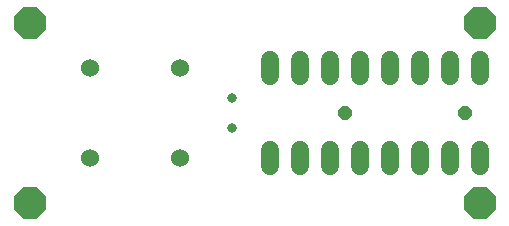
<source format=gts>
G75*
G70*
%OFA0B0*%
%FSLAX24Y24*%
%IPPOS*%
%LPD*%
%AMOC8*
5,1,8,0,0,1.08239X$1,22.5*
%
%ADD10C,0.0600*%
%ADD11C,0.0316*%
%ADD12C,0.0600*%
%ADD13OC8,0.1080*%
%ADD14OC8,0.0437*%
D10*
X009180Y002420D02*
X009180Y002940D01*
X010180Y002940D02*
X010180Y002420D01*
X011180Y002420D02*
X011180Y002940D01*
X012180Y002940D02*
X012180Y002420D01*
X013180Y002420D02*
X013180Y002940D01*
X014180Y002940D02*
X014180Y002420D01*
X015180Y002420D02*
X015180Y002940D01*
X016180Y002940D02*
X016180Y002420D01*
X016180Y005420D02*
X016180Y005940D01*
X015180Y005940D02*
X015180Y005420D01*
X014180Y005420D02*
X014180Y005940D01*
X013180Y005940D02*
X013180Y005420D01*
X012180Y005420D02*
X012180Y005940D01*
X011180Y005940D02*
X011180Y005420D01*
X010180Y005420D02*
X010180Y005940D01*
X009180Y005940D02*
X009180Y005420D01*
D11*
X007930Y004680D03*
X007930Y003680D03*
D12*
X006180Y002680D03*
X003180Y002680D03*
X003180Y005680D03*
X006180Y005680D03*
D13*
X001180Y001180D03*
X001180Y007180D03*
X016180Y007180D03*
X016180Y001180D03*
D14*
X015680Y004180D03*
X011680Y004180D03*
M02*

</source>
